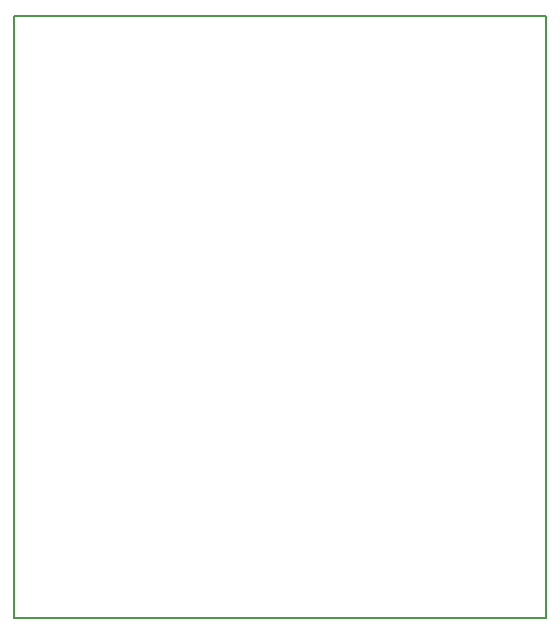
<source format=gm1>
%TF.GenerationSoftware,KiCad,Pcbnew,4.0.4+e1-6308~48~ubuntu16.04.1-stable*%
%TF.CreationDate,2016-10-27T02:56:18-07:00*%
%TF.ProjectId,CY8CMBR2010,435938434D4252323031302E6B696361,rev?*%
%TF.FileFunction,Profile,NP*%
%FSLAX46Y46*%
G04 Gerber Fmt 4.6, Leading zero omitted, Abs format (unit mm)*
G04 Created by KiCad (PCBNEW 4.0.4+e1-6308~48~ubuntu16.04.1-stable) date Thu Oct 27 02:56:18 2016*
%MOMM*%
%LPD*%
G01*
G04 APERTURE LIST*
%ADD10C,0.050000*%
%ADD11C,0.150000*%
G04 APERTURE END LIST*
D10*
D11*
X150502777Y-72000000D02*
X105500000Y-72000000D01*
X150500000Y-123000000D02*
X150500000Y-72000000D01*
X105500000Y-123000000D02*
X150500000Y-123000000D01*
X105500000Y-71997550D02*
X105500000Y-123001838D01*
M02*

</source>
